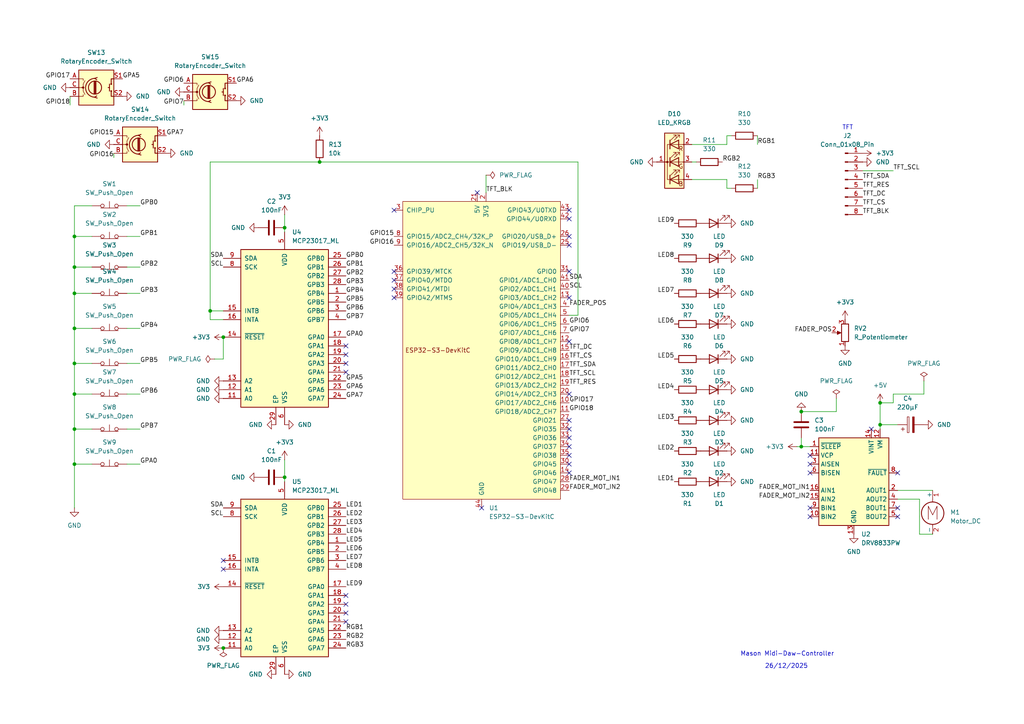
<source format=kicad_sch>
(kicad_sch (version 20250114) (generator "eeschema") (generator_version "9.0")
  (paper "A4")
  (lib_symbols
    (symbol "Connector:Conn_01x08_Pin" (pin_names (offset 1.016) (hide yes))
      (property "Reference" "J" (at 0 10.16 0))
      (property "Value" "Conn_01x08_Pin" (at 0 -12.7 0))
      (symbol "Conn_01x08_Pin_1_1"
        (pin passive line (at 5.08 7.62 180) (length 3.81) (name "Pin_1") (number "1"))
        (pin passive line (at 5.08 5.08 180) (length 3.81) (name "Pin_2") (number "2"))
        (pin passive line (at 5.08 2.54 180) (length 3.81) (name "Pin_3") (number "3"))
        (pin passive line (at 5.08 0 180) (length 3.81) (name "Pin_4") (number "4"))
        (pin passive line (at 5.08 -2.54 180) (length 3.81) (name "Pin_5") (number "5"))
        (pin passive line (at 5.08 -5.08 180) (length 3.81) (name "Pin_6") (number "6"))
        (pin passive line (at 5.08 -7.62 180) (length 3.81) (name "Pin_7") (number "7"))
        (pin passive line (at 5.08 -10.16 180) (length 3.81) (name "Pin_8") (number "8"))
      )
    )
    (symbol "Device:C" (pin_numbers (hide yes)) (pin_names (offset 0.254))
      (property "Reference" "C" (at 0.635 2.54 0))
      (property "Value" "C" (at 0.635 -2.54 0))
      (symbol "C_1_1"
        (pin passive line (at 0 3.81 270) (length 2.794) (name "~") (number "1"))
        (pin passive line (at 0 -3.81 90) (length 2.794) (name "~") (number "2"))
      )
    )
    (symbol "Device:C_Polarized" (pin_numbers (hide yes)) (pin_names (offset 0.254))
      (property "Reference" "C" (at 0.635 2.54 0))
      (property "Value" "C_Polarized" (at 0.635 -2.54 0))
      (symbol "C_Polarized_1_1"
        (pin passive line (at 0 3.81 270) (length 2.794) (name "~") (number "1"))
        (pin passive line (at 0 -3.81 90) (length 2.794) (name "~") (number "2"))
      )
    )
    (symbol "Device:LED" (pin_numbers (hide yes)) (pin_names (offset 1.016) (hide yes))
      (property "Reference" "D" (at 0 2.54 0))
      (property "Value" "LED" (at 0 -2.54 0))
      (symbol "LED_1_1"
        (pin passive line (at -3.81 0 0) (length 2.54) (name "K") (number "1"))
        (pin passive line (at 3.81 0 180) (length 2.54) (name "A") (number "2"))
      )
    )
    (symbol "Device:LED_KRGB" (pin_names (offset 0) (hide yes))
      (property "Reference" "D" (at 0 9.398 0))
      (property "Value" "LED_KRGB" (at 0 -8.89 0))
      (symbol "LED_KRGB_0_0"
        (text "R" (at 1.905 3.81 0) (effects (font (size 1.27 1.27))))
        (text "G" (at 1.905 -1.27 0) (effects (font (size 1.27 1.27))))
        (text "B" (at 1.905 -6.35 0) (effects (font (size 1.27 1.27))))
      )
      (symbol "LED_KRGB_1_1"
        (pin passive line (at -5.08 0 0) (length 2.54) (name "K") (number "1"))
        (pin passive line (at 5.08 5.08 180) (length 2.54) (name "RA") (number "2"))
        (pin passive line (at 5.08 0 180) (length 2.54) (name "GA") (number "3"))
        (pin passive line (at 5.08 -5.08 180) (length 2.54) (name "BA") (number "4"))
      )
    )
    (symbol "Device:R" (pin_numbers (hide yes)) (pin_names (offset 0))
      (property "Reference" "R" (at 2.032 0 90))
      (property "Value" "R" (at 0 0 90))
      (symbol "R_1_1"
        (pin passive line (at 0 3.81 270) (length 1.27) (name "~") (number "1"))
        (pin passive line (at 0 -3.81 90) (length 1.27) (name "~") (number "2"))
      )
    )
    (symbol "Device:R_Potentiometer" (pin_names (offset 1.016) (hide yes))
      (property "Reference" "RV" (at -4.445 0 90))
      (property "Value" "R_Potentiometer" (at -2.54 0 90))
      (symbol "R_Potentiometer_1_1"
        (pin passive line (at 0 3.81 270) (length 1.27) (name "1") (number "1"))
        (pin passive line (at 0 -3.81 90) (length 1.27) (name "3") (number "3"))
        (pin passive line (at 3.81 0 180) (length 1.27) (name "2") (number "2"))
      )
    )
    (symbol "Device:RotaryEncoder_Switch" (pin_names (offset 0.254) (hide yes))
      (property "Reference" "SW" (at 0 6.604 0))
      (property "Value" "RotaryEncoder_Switch" (at 0 -6.604 0))
      (symbol "RotaryEncoder_Switch_1_1"
        (pin passive line (at -7.62 2.54 0) (length 2.54) (name "A") (number "A"))
        (pin passive line (at -7.62 0 0) (length 2.54) (name "C") (number "C"))
        (pin passive line (at -7.62 -2.54 0) (length 2.54) (name "B") (number "B"))
        (pin passive line (at 7.62 2.54 180) (length 2.54) (name "S1") (number "S1"))
        (pin passive line (at 7.62 -2.54 180) (length 2.54) (name "S2") (number "S2"))
      )
    )
    (symbol "Driver_Motor:DRV8833PW"
      (property "Reference" "U" (at -3.81 16.51 0))
      (property "Value" "DRV8833PW" (at -3.81 13.97 0))
      (symbol "DRV8833PW_1_1"
        (pin input line (at -12.7 10.16 0) (length 2.54) (name "~{SLEEP}") (number "1"))
        (pin bidirectional line (at -12.7 7.62 0) (length 2.54) (name "VCP") (number "11"))
        (pin bidirectional line (at -12.7 5.08 0) (length 2.54) (name "AISEN") (number "3"))
        (pin bidirectional line (at -12.7 2.54 0) (length 2.54) (name "BISEN") (number "6"))
        (pin input line (at -12.7 -2.54 0) (length 2.54) (name "AIN1") (number "16"))
        (pin input line (at -12.7 -5.08 0) (length 2.54) (name "AIN2") (number "15"))
        (pin input line (at -12.7 -7.62 0) (length 2.54) (name "BIN1") (number "9"))
        (pin input line (at -12.7 -10.16 0) (length 2.54) (name "BIN2") (number "10"))
        (pin power_in line (at 0 -15.24 90) (length 2.54) (name "GND") (number "13"))
        (pin power_in line (at 5.08 15.24 270) (length 2.54) (name "VINT") (number "14"))
        (pin power_in line (at 7.62 15.24 270) (length 2.54) (name "VM") (number "12"))
        (pin open_collector line (at 12.7 2.54 180) (length 2.54) (name "~{FAULT}") (number "8"))
        (pin power_out line (at 12.7 -2.54 180) (length 2.54) (name "AOUT1") (number "2"))
        (pin power_out line (at 12.7 -5.08 180) (length 2.54) (name "AOUT2") (number "4"))
        (pin power_out line (at 12.7 -7.62 180) (length 2.54) (name "BOUT1") (number "7"))
        (pin power_out line (at 12.7 -10.16 180) (length 2.54) (name "BOUT2") (number "5"))
      )
    )
    (symbol "Espressif:ESP32-S3-DevKitC" (pin_names (offset 1.016))
      (property "Reference" "U" (at -22.86 48.26 0))
      (property "Value" "ESP32-S3-DevKitC" (at -22.86 45.72 0))
      (symbol "ESP32-S3-DevKitC_0_0"
        (text "ESP32-S3-DevKitC" (at -12.7 0 0) (effects (font (size 1.27 1.27))))
        (pin bidirectional line (at -25.4 15.24 0) (length 2.54) (name "GPIO42/MTMS") (number "39"))
        (pin power_in line (at 0 -45.72 90) (length 2.54) (name "GND") (number "44"))
        (pin bidirectional line (at 25.4 40.64 180) (length 2.54) (name "GPIO43/U0TXD") (number "43"))
        (pin bidirectional line (at 25.4 38.1 180) (length 2.54) (name "GPIO44/U0RXD") (number "42"))
        (pin bidirectional line (at 25.4 20.32 180) (length 2.54) (name "GPIO1/ADC1_CH0") (number "41"))
        (pin bidirectional line (at 25.4 17.78 180) (length 2.54) (name "GPIO2/ADC1_CH1") (number "40"))
        (pin bidirectional line (at 25.4 -10.16 180) (length 2.54) (name "GPIO13/ADC2_CH2") (number "19"))
        (pin bidirectional line (at 25.4 -35.56 180) (length 2.54) (name "GPIO46") (number "14"))
      )
      (symbol "ESP32-S3-DevKitC_0_1"
        (pin power_in line (at 1.27 45.72 270) (length 2.54) (name "3V3") (number "2"))
      )
      (symbol "ESP32-S3-DevKitC_1_1"
        (pin input line (at -25.4 40.64 0) (length 2.54) (name "CHIP_PU") (number "3"))
        (pin bidirectional line (at -25.4 33.02 0) (length 2.54) (name "GPIO15/ADC2_CH4/32K_P") (number "8"))
        (pin bidirectional line (at -25.4 30.48 0) (length 2.54) (name "GPIO16/ADC2_CH5/32K_N") (number "9"))
        (pin bidirectional line (at -25.4 22.86 0) (length 2.54) (name "GPIO39/MTCK") (number "36"))
        (pin bidirectional line (at -25.4 20.32 0) (length 2.54) (name "GPIO40/MTDO") (number "37"))
        (pin bidirectional line (at -25.4 17.78 0) (length 2.54) (name "GPIO41/MTDI") (number "38"))
        (pin power_in line (at -1.27 45.72 270) (length 2.54) (name "5V") (number "21"))
        (pin passive line (at 0 -45.72 90) (length 2.54) (hide yes) (name "GND") (number "22"))
        (pin passive line (at 0 -45.72 90) (length 2.54) (hide yes) (name "GND") (number "23"))
        (pin passive line (at 0 -45.72 90) (length 2.54) (hide yes) (name "GND") (number "24"))
        (pin passive line (at 1.27 45.72 270) (length 2.54) (hide yes) (name "3V3") (number "1"))
        (pin bidirectional line (at 25.4 33.02 180) (length 2.54) (name "GPIO20/USB_D+") (number "26"))
        (pin bidirectional line (at 25.4 30.48 180) (length 2.54) (name "GPIO19/USB_D-") (number "25"))
        (pin bidirectional line (at 25.4 22.86 180) (length 2.54) (name "GPIO0") (number "31"))
        (pin bidirectional line (at 25.4 15.24 180) (length 2.54) (name "GPIO3/ADC1_CH2") (number "13"))
        (pin bidirectional line (at 25.4 12.7 180) (length 2.54) (name "GPIO4/ADC1_CH3") (number "4"))
        (pin bidirectional line (at 25.4 10.16 180) (length 2.54) (name "GPIO5/ADC1_CH4") (number "5"))
        (pin bidirectional line (at 25.4 7.62 180) (length 2.54) (name "GPIO6/ADC1_CH5") (number "6"))
        (pin bidirectional line (at 25.4 5.08 180) (length 2.54) (name "GPIO7/ADC1_CH6") (number "7"))
        (pin bidirectional line (at 25.4 2.54 180) (length 2.54) (name "GPIO8/ADC1_CH7") (number "12"))
        (pin bidirectional line (at 25.4 0 180) (length 2.54) (name "GPIO9/ADC1_CH8") (number "15"))
        (pin bidirectional line (at 25.4 -2.54 180) (length 2.54) (name "GPIO10/ADC1_CH9") (number "16"))
        (pin bidirectional line (at 25.4 -5.08 180) (length 2.54) (name "GPIO11/ADC2_CH0") (number "17"))
        (pin bidirectional line (at 25.4 -7.62 180) (length 2.54) (name "GPIO12/ADC2_CH1") (number "18"))
        (pin bidirectional line (at 25.4 -12.7 180) (length 2.54) (name "GPIO14/ADC2_CH3") (number "20"))
        (pin bidirectional line (at 25.4 -15.24 180) (length 2.54) (name "GPIO17/ADC2_CH6") (number "10"))
        (pin bidirectional line (at 25.4 -17.78 180) (length 2.54) (name "GPIO18/ADC2_CH7") (number "11"))
        (pin bidirectional line (at 25.4 -20.32 180) (length 2.54) (name "GPIO21") (number "27"))
        (pin bidirectional line (at 25.4 -22.86 180) (length 2.54) (name "GPIO35") (number "32"))
        (pin bidirectional line (at 25.4 -25.4 180) (length 2.54) (name "GPIO36") (number "33"))
        (pin bidirectional line (at 25.4 -27.94 180) (length 2.54) (name "GPIO37") (number "34"))
        (pin bidirectional line (at 25.4 -30.48 180) (length 2.54) (name "GPIO38") (number "35"))
        (pin bidirectional line (at 25.4 -33.02 180) (length 2.54) (name "GPIO45") (number "30"))
        (pin bidirectional line (at 25.4 -38.1 180) (length 2.54) (name "GPIO47") (number "28"))
        (pin bidirectional line (at 25.4 -40.64 180) (length 2.54) (name "GPIO48") (number "29"))
      )
    )
    (symbol "Interface_Expansion:MCP23017_ML" (pin_names (offset 1.016))
      (property "Reference" "U" (at -11.43 24.13 0))
      (property "Value" "MCP23017_ML" (at 0 0 0))
      (symbol "MCP23017_ML_1_1"
        (pin bidirectional line (at -17.78 20.32 0) (length 5.08) (name "SDA") (number "9"))
        (pin input line (at -17.78 17.78 0) (length 5.08) (name "SCK") (number "8"))
        (pin tri_state line (at -17.78 5.08 0) (length 5.08) (name "INTB") (number "15"))
        (pin tri_state line (at -17.78 2.54 0) (length 5.08) (name "INTA") (number "16"))
        (pin input line (at -17.78 -2.54 0) (length 5.08) (name "~{RESET}") (number "14"))
        (pin input line (at -17.78 -15.24 0) (length 5.08) (name "A2") (number "13"))
        (pin input line (at -17.78 -17.78 0) (length 5.08) (name "A1") (number "12"))
        (pin input line (at -17.78 -20.32 0) (length 5.08) (name "A0") (number "11"))
        (pin no_connect line (at -12.7 15.24 0) (length 5.08) (hide yes) (name "NC") (number "7"))
        (pin no_connect line (at -12.7 12.7 0) (length 5.08) (hide yes) (name "NC") (number "10"))
        (pin passive line (at -2.54 -27.94 90) (length 5.08) (name "EP") (number "29"))
        (pin power_in line (at 0 27.94 270) (length 5.08) (name "VDD") (number "5"))
        (pin power_in line (at 0 -27.94 90) (length 5.08) (name "VSS") (number "6"))
        (pin bidirectional line (at 17.78 20.32 180) (length 5.08) (name "GPB0") (number "25"))
        (pin bidirectional line (at 17.78 17.78 180) (length 5.08) (name "GPB1") (number "26"))
        (pin bidirectional line (at 17.78 15.24 180) (length 5.08) (name "GPB2") (number "27"))
        (pin bidirectional line (at 17.78 12.7 180) (length 5.08) (name "GPB3") (number "28"))
        (pin bidirectional line (at 17.78 10.16 180) (length 5.08) (name "GPB4") (number "1"))
        (pin bidirectional line (at 17.78 7.62 180) (length 5.08) (name "GPB5") (number "2"))
        (pin bidirectional line (at 17.78 5.08 180) (length 5.08) (name "GPB6") (number "3"))
        (pin output line (at 17.78 2.54 180) (length 5.08) (name "GPB7") (number "4"))
        (pin bidirectional line (at 17.78 -2.54 180) (length 5.08) (name "GPA0") (number "17"))
        (pin bidirectional line (at 17.78 -5.08 180) (length 5.08) (name "GPA1") (number "18"))
        (pin bidirectional line (at 17.78 -7.62 180) (length 5.08) (name "GPA2") (number "19"))
        (pin bidirectional line (at 17.78 -10.16 180) (length 5.08) (name "GPA3") (number "20"))
        (pin bidirectional line (at 17.78 -12.7 180) (length 5.08) (name "GPA4") (number "21"))
        (pin bidirectional line (at 17.78 -15.24 180) (length 5.08) (name "GPA5") (number "22"))
        (pin bidirectional line (at 17.78 -17.78 180) (length 5.08) (name "GPA6") (number "23"))
        (pin output line (at 17.78 -20.32 180) (length 5.08) (name "GPA7") (number "24"))
      )
    )
    (symbol "Motor:Motor_DC" (pin_names (offset 0))
      (property "Reference" "M" (at 2.54 2.54 0))
      (property "Value" "Motor_DC" (at 2.54 -5.08 0))
      (symbol "Motor_DC_1_1"
        (pin passive line (at 0 5.08 270) (length 2.54) (name "+") (number "1"))
        (pin passive line (at 0 -7.62 90) (length 2.54) (name "-") (number "2"))
      )
    )
    (symbol "Switch:SW_Push_Open" (pin_numbers (hide yes)) (pin_names (offset 1.016) (hide yes))
      (property "Reference" "SW" (at 0 2.54 0))
      (property "Value" "SW_Push_Open" (at 0 -1.905 0))
      (symbol "SW_Push_Open_0_1"
        (pin passive line (at -5.08 0 0) (length 2.54) (name "A") (number "1"))
      )
      (symbol "SW_Push_Open_1_1"
        (pin passive line (at 5.08 0 180) (length 2.54) (name "B") (number "2"))
      )
    )
    (symbol "power:+3V3" (power) (pin_numbers (hide yes)) (pin_names (offset 0) (hide yes))
      (property "Value" "+3V3" (at 0 3.556 0))
      (symbol "+3V3_1_1"
        (pin power_in line (at 0 0 90) (length 0) (name "~") (number "1"))
      )
    )
    (symbol "power:+5V" (power) (pin_numbers (hide yes)) (pin_names (offset 0) (hide yes))
      (property "Value" "+5V" (at 0 3.556 0))
      (symbol "+5V_1_1"
        (pin power_in line (at 0 0 90) (length 0) (name "~") (number "1"))
      )
    )
    (symbol "power:GND" (power) (pin_numbers (hide yes)) (pin_names (offset 0) (hide yes))
      (property "Value" "GND" (at 0 -3.81 0))
      (symbol "GND_1_1"
        (pin power_in line (at 0 0 270) (length 0) (name "~") (number "1"))
      )
    )
    (symbol "power:PWR_FLAG" (power) (pin_numbers (hide yes)) (pin_names (offset 0) (hide yes))
      (property "Value" "PWR_FLAG" (at 0 3.81 0))
      (symbol "PWR_FLAG_0_0"
        (pin power_out line (at 0 0 90) (length 0) (name "~") (number "1"))
      )
    )
  )
  (text "TFT\n" (at 245.872 37.084 0) (effects (font (size 1.27 1.27))))
  (text "26/12/2025" (at 228.092 193.294 0) (effects (font (size 1.27 1.27))))
  (text "Mason Midi-Daw-Controller" (at 228.346 189.738 0) (effects (font (size 1.27 1.27))))
  (junction (at 255.27 123.19))
  (junction (at 21.59 68.58))
  (junction (at 21.59 134.62))
  (junction (at 92.71 46.99))
  (junction (at 255.27 116.84))
  (junction (at 232.41 119.38))
  (junction (at 21.59 85.09))
  (junction (at 21.59 124.46))
  (junction (at 60.96 90.17))
  (junction (at 232.41 129.54))
  (junction (at 82.55 138.43))
  (junction (at 64.77 97.79))
  (junction (at 21.59 105.41))
  (junction (at 64.77 187.96))
  (junction (at 21.59 114.3))
  (junction (at 21.59 77.47))
  (junction (at 82.55 66.04))
  (junction (at 21.59 95.25))
  (no_connect (at 114.3 60.96))
  (no_connect (at 165.1 71.12))
  (no_connect (at 100.33 177.8))
  (no_connect (at 165.1 60.96))
  (no_connect (at 100.33 105.41))
  (no_connect (at 114.3 83.82))
  (no_connect (at 165.1 121.92))
  (no_connect (at 165.1 63.5))
  (no_connect (at 100.33 172.72))
  (no_connect (at 64.77 162.56))
  (no_connect (at 100.33 175.26))
  (no_connect (at 234.95 149.86))
  (no_connect (at 100.33 180.34))
  (no_connect (at 165.1 134.62))
  (no_connect (at 64.77 165.1))
  (no_connect (at 260.35 149.86))
  (no_connect (at 165.1 114.3))
  (no_connect (at 100.33 102.87))
  (no_connect (at 114.3 86.36))
  (no_connect (at 114.3 78.74))
  (no_connect (at 114.3 81.28))
  (no_connect (at 138.43 55.88))
  (no_connect (at 165.1 132.08))
  (no_connect (at 260.35 137.16))
  (no_connect (at 234.95 147.32))
  (no_connect (at 100.33 100.33))
  (no_connect (at 234.95 134.62))
  (no_connect (at 165.1 68.58))
  (no_connect (at 100.33 107.95))
  (no_connect (at 234.95 132.08))
  (no_connect (at 165.1 137.16))
  (no_connect (at 165.1 78.74))
  (no_connect (at 165.1 124.46))
  (no_connect (at 139.7 147.32))
  (no_connect (at 252.73 124.46))
  (no_connect (at 234.95 137.16))
  (no_connect (at 165.1 99.06))
  (no_connect (at 165.1 127))
  (no_connect (at 165.1 86.36))
  (no_connect (at 165.1 129.54))
  (no_connect (at 260.35 147.32))
  (wire (pts (xy 260.35 142.24) (xy 270.51 142.24)))
  (wire (pts (xy 60.96 90.17) (xy 60.96 92.71)))
  (wire (pts (xy 210.82 54.61) (xy 212.09 54.61)))
  (wire (pts (xy 33.02 45.72) (xy 33.02 44.45)))
  (wire (pts (xy 242.57 115.57) (xy 242.57 119.38)))
  (wire (pts (xy 210.82 54.61) (xy 210.82 52.07)))
  (wire (pts (xy 21.59 95.25) (xy 26.67 95.25)))
  (wire (pts (xy 219.71 54.61) (xy 219.71 52.07)))
  (wire (pts (xy 260.35 123.19) (xy 255.27 123.19)))
  (wire (pts (xy 64.77 104.14) (xy 62.23 104.14)))
  (wire (pts (xy 232.41 127) (xy 232.41 129.54)))
  (wire (pts (xy 21.59 105.41) (xy 26.67 105.41)))
  (wire (pts (xy 53.34 30.48) (xy 53.34 29.21)))
  (wire (pts (xy 259.08 49.53) (xy 250.19 49.53)))
  (wire (pts (xy 40.64 124.46) (xy 36.83 124.46)))
  (wire (pts (xy 266.7 154.94) (xy 270.51 154.94)))
  (wire (pts (xy 267.97 114.3) (xy 259.08 114.3)))
  (wire (pts (xy 21.59 114.3) (xy 21.59 105.41)))
  (wire (pts (xy 219.71 39.37) (xy 219.71 41.91)))
  (wire (pts (xy 21.59 85.09) (xy 26.67 85.09)))
  (wire (pts (xy 21.59 85.09) (xy 21.59 77.47)))
  (wire (pts (xy 40.64 68.58) (xy 36.83 68.58)))
  (wire (pts (xy 255.27 116.84) (xy 255.27 123.19)))
  (wire (pts (xy 82.55 138.43) (xy 82.55 139.7)))
  (wire (pts (xy 21.59 68.58) (xy 26.67 68.58)))
  (wire (pts (xy 82.55 66.04) (xy 82.55 67.31)))
  (wire (pts (xy 40.64 105.41) (xy 36.83 105.41)))
  (wire (pts (xy 64.77 90.17) (xy 60.96 90.17)))
  (wire (pts (xy 267.97 114.3) (xy 267.97 110.49)))
  (wire (pts (xy 259.08 114.3) (xy 259.08 116.84)))
  (wire (pts (xy 210.82 52.07) (xy 200.66 52.07)))
  (wire (pts (xy 64.77 92.71) (xy 60.96 92.71)))
  (wire (pts (xy 40.64 59.69) (xy 36.83 59.69)))
  (wire (pts (xy 255.27 123.19) (xy 255.27 124.46)))
  (wire (pts (xy 210.82 39.37) (xy 210.82 41.91)))
  (wire (pts (xy 21.59 124.46) (xy 26.67 124.46)))
  (wire (pts (xy 20.32 30.48) (xy 20.32 27.94)))
  (wire (pts (xy 21.59 134.62) (xy 26.67 134.62)))
  (wire (pts (xy 266.7 144.78) (xy 266.7 154.94)))
  (wire (pts (xy 40.64 77.47) (xy 36.83 77.47)))
  (wire (pts (xy 21.59 114.3) (xy 26.67 114.3)))
  (wire (pts (xy 21.59 59.69) (xy 26.67 59.69)))
  (wire (pts (xy 40.64 134.62) (xy 36.83 134.62)))
  (wire (pts (xy 40.64 114.3) (xy 36.83 114.3)))
  (wire (pts (xy 21.59 77.47) (xy 21.59 68.58)))
  (wire (pts (xy 232.41 129.54) (xy 234.95 129.54)))
  (wire (pts (xy 210.82 39.37) (xy 212.09 39.37)))
  (wire (pts (xy 167.64 46.99) (xy 167.64 91.44)))
  (wire (pts (xy 21.59 134.62) (xy 21.59 124.46)))
  (wire (pts (xy 82.55 62.23) (xy 82.55 66.04)))
  (wire (pts (xy 60.96 46.99) (xy 92.71 46.99)))
  (wire (pts (xy 64.77 97.79) (xy 64.77 104.14)))
  (wire (pts (xy 210.82 41.91) (xy 200.66 41.91)))
  (wire (pts (xy 200.66 46.99) (xy 201.93 46.99)))
  (wire (pts (xy 40.64 95.25) (xy 36.83 95.25)))
  (wire (pts (xy 92.71 46.99) (xy 167.64 46.99)))
  (wire (pts (xy 60.96 90.17) (xy 60.96 46.99)))
  (wire (pts (xy 167.64 91.44) (xy 165.1 91.44)))
  (wire (pts (xy 259.08 116.84) (xy 255.27 116.84)))
  (wire (pts (xy 21.59 68.58) (xy 21.59 59.69)))
  (wire (pts (xy 21.59 147.32) (xy 21.59 134.62)))
  (wire (pts (xy 260.35 144.78) (xy 266.7 144.78)))
  (wire (pts (xy 82.55 133.35) (xy 82.55 138.43)))
  (wire (pts (xy 40.64 85.09) (xy 36.83 85.09)))
  (wire (pts (xy 232.41 119.38) (xy 242.57 119.38)))
  (wire (pts (xy 231.14 129.54) (xy 232.41 129.54)))
  (wire (pts (xy 21.59 77.47) (xy 26.67 77.47)))
  (wire (pts (xy 140.97 50.8) (xy 140.97 55.88)))
  (wire (pts (xy 21.59 105.41) (xy 21.59 95.25)))
  (wire (pts (xy 21.59 124.46) (xy 21.59 114.3)))
  (wire (pts (xy 21.59 95.25) (xy 21.59 85.09)))
  (label "GPB5" (at 100.33 87.63 0))
  (label "GPB2" (at 40.64 77.47 0))
  (label "TFT_BLK" (at 250.19 62.23 0))
  (label "LED9" (at 100.33 170.18 0))
  (label "FADER_MOT_IN1" (at 165.1 139.7 0))
  (label "SCL" (at 165.1 83.82 0))
  (label "RGB3" (at 100.33 187.96 0))
  (label "GPA0" (at 40.64 134.62 0))
  (label "GPB3" (at 100.33 82.55 0))
  (label "LED8" (at 195.58 74.93 180))
  (label "TFT_DC" (at 165.1 101.6 0))
  (label "GPA5" (at 100.33 110.49 0))
  (label "SDA" (at 64.77 147.32 180))
  (label "GPB1" (at 40.64 68.58 0))
  (label "GPA6" (at 100.33 113.03 0))
  (label "GPIO7" (at 165.1 96.52 0))
  (label "SDA" (at 165.1 81.28 0))
  (label "GPA6" (at 68.58 24.13 0))
  (label "LED8" (at 100.33 165.1 0))
  (label "TFT_DC" (at 250.19 57.15 0))
  (label "LED5" (at 195.58 104.14 180))
  (label "LED4" (at 195.58 113.03 180))
  (label "TFT_SCL" (at 165.1 109.22 0))
  (label "GPA0" (at 100.33 97.79 0))
  (label "GPIO17" (at 20.32 22.86 180))
  (label "GPIO6" (at 165.1 93.98 0))
  (label "GPIO15" (at 114.3 68.58 180))
  (label "LED6" (at 195.58 93.98 180))
  (label "LED5" (at 100.33 157.48 0))
  (label "LED7" (at 100.33 162.56 0))
  (label "TFT_RES" (at 250.19 54.61 0))
  (label "GPB4" (at 100.33 85.09 0))
  (label "GPB1" (at 100.33 77.47 0))
  (label "SCL" (at 64.77 77.47 180))
  (label "TFT_CS" (at 250.19 59.69 0))
  (label "FADER_POS" (at 165.1 88.9 0))
  (label "GPIO7" (at 53.34 30.48 180))
  (label "GPIO15" (at 33.02 39.37 180))
  (label "LED7" (at 195.58 85.09 180))
  (label "GPB5" (at 40.64 105.41 0))
  (label "FADER_MOT_IN2" (at 234.95 144.78 180))
  (label "GPIO6" (at 53.34 24.13 180))
  (label "GPA5" (at 35.56 22.86 0))
  (label "TFT_SCL" (at 259.08 49.53 0))
  (label "GPIO17" (at 165.1 116.84 0))
  (label "RGB3" (at 219.71 52.07 0))
  (label "RGB1" (at 219.71 41.91 0))
  (label "SCL" (at 64.77 149.86 180))
  (label "TFT_CS" (at 165.1 104.14 0))
  (label "GPIO16" (at 114.3 71.12 180))
  (label "TFT_RES" (at 165.1 111.76 0))
  (label "LED3" (at 195.58 121.92 180))
  (label "FADER_POS" (at 241.3 96.52 180))
  (label "GPB3" (at 40.64 85.09 0))
  (label "LED2" (at 195.58 130.81 180))
  (label "GPB7" (at 100.33 92.71 0))
  (label "GPA7" (at 100.33 115.57 0))
  (label "SDA" (at 64.77 74.93 180))
  (label "LED3" (at 100.33 152.4 0))
  (label "GPB7" (at 40.64 124.46 0))
  (label "GPB0" (at 40.64 59.69 0))
  (label "GPB6" (at 100.33 90.17 0))
  (label "LED1" (at 100.33 147.32 0))
  (label "LED1" (at 195.58 139.7 180))
  (label "GPB0" (at 100.33 74.93 0))
  (label "TFT_SDA" (at 250.19 52.07 0))
  (label "GPB2" (at 100.33 80.01 0))
  (label "TFT_BLK" (at 140.97 55.88 0))
  (label "FADER_MOT_IN1" (at 234.95 142.24 180))
  (label "GPB4" (at 40.64 95.25 0))
  (label "RGB2" (at 100.33 185.42 0))
  (label "GPIO18" (at 165.1 119.38 0))
  (label "GPIO16" (at 33.02 45.72 180))
  (label "TFT_SDA" (at 165.1 106.68 0))
  (label "LED6" (at 100.33 160.02 0))
  (label "LED9" (at 195.58 64.77 180))
  (label "FADER_MOT_IN2" (at 165.1 142.24 0))
  (label "LED2" (at 100.33 149.86 0))
  (label "GPA7" (at 48.26 39.37 0))
  (label "RGB2" (at 209.55 46.99 0))
  (label "RGB1" (at 100.33 182.88 0))
  (label "GPB6" (at 40.64 114.3 0))
  (label "GPIO18" (at 20.32 30.48 180))
  (label "LED4" (at 100.33 154.94 0))
  (symbol (lib_id "Device:C") (at 78.74 138.43 90) (unit 1)
    (property "Reference" "C1" (at 78.74 130.81 90))
    (property "Value" "100nF" (at 78.74 133.35 90))
    (property "Footprint" "Capacitor_THT:C_Disc_D5.0mm_W2.5mm_P5.00mm" (effects (hide yes)))
    (property "Description" "Unpolarized capacitor" (effects (hide yes)))
  )
  (symbol (lib_id "Device:C_Polarized") (at 264.16 123.19 90) (unit 1)
    (property "Reference" "C4" (at 263.271 115.57 90))
    (property "Value" "220µF" (at 263.271 118.11 90))
    (property "Footprint" "Capacitor_THT:CP_Radial_D8.0mm_P3.50mm" (effects (hide yes)))
    (property "Description" "Polarized capacitor" (effects (hide yes)))
  )
  (symbol (lib_id "power:GND") (at 82.55 195.58 90) (unit 1)
    (property "Reference" "#PWR019" (effects (hide yes)))
    (property "Value" "GND" (at 86.36 195.5799 90) (effects (justify right)))
    (property "Description" "Power symbol creates a global label with name \"GND\" , ground" (effects (hide yes)))
  )
  (symbol (lib_id "power:GND") (at 35.56 27.94 90) (unit 1)
    (property "Reference" "#PWR011" (effects (hide yes)))
    (property "Value" "GND" (at 39.37 27.9399 90) (effects (justify right)))
    (property "Description" "Power symbol creates a global label with name \"GND\" , ground" (effects (hide yes)))
  )
  (symbol (lib_id "Espressif:ESP32-S3-DevKitC") (at 139.7 101.6 0) (unit 1)
    (property "Reference" "U1" (at 141.8433 147.32 0) (effects (justify left)))
    (property "Value" "ESP32-S3-DevKitC" (at 141.8433 149.86 0) (effects (justify left)))
    (property "Footprint" "Connector_PinHeader_2.54mm:PinHeader_2x22_P2.54mm_Vertical" (effects (hide yes)))
    (property "Description" "ESP32-S3-DevKitC" (effects (hide yes)))
  )
  (symbol (lib_id "Device:RotaryEncoder_Switch") (at 60.96 26.67 0) (unit 1)
    (property "Reference" "SW15" (at 60.96 16.51 0))
    (property "Value" "RotaryEncoder_Switch" (at 60.96 19.05 0))
    (property "Footprint" "Rotary_Encoder:RotaryEncoder_Alps_EC11E-Switch_Vertical_H20mm" (effects (hide yes)))
    (property "Description" "Rotary encoder, dual channel, incremental quadrate outputs, with switch" (effects (hide yes)))
  )
  (symbol (lib_id "power:GND") (at 210.82 74.93 90) (unit 1)
    (property "Reference" "#PWR021" (effects (hide yes)))
    (property "Value" "GND" (at 214.63 74.9299 90) (effects (justify right)))
    (property "Description" "Power symbol creates a global label with name \"GND\" , ground" (effects (hide yes)))
  )
  (symbol (lib_id "Device:R") (at 215.9 39.37 90) (unit 1)
    (property "Reference" "R10" (at 215.9 33.02 90))
    (property "Value" "330" (at 215.9 35.56 90))
    (property "Footprint" "Resistor_THT:R_Axial_DIN0207_L6.3mm_D2.5mm_P7.62mm_Horizontal" (effects (hide yes)))
    (property "Description" "Resistor" (effects (hide yes)))
  )
  (symbol (lib_id "power:GND") (at 33.02 41.91 270) (unit 1)
    (property "Reference" "#PWR012" (effects (hide yes)))
    (property "Value" "GND" (at 29.21 41.9099 90) (effects (justify right)))
    (property "Description" "Power symbol creates a global label with name \"GND\" , ground" (effects (hide yes)))
  )
  (symbol (lib_id "Device:RotaryEncoder_Switch") (at 40.64 41.91 0) (unit 1)
    (property "Reference" "SW14" (at 40.64 31.75 0))
    (property "Value" "RotaryEncoder_Switch" (at 40.64 34.29 0))
    (property "Footprint" "Rotary_Encoder:RotaryEncoder_Alps_EC11E-Switch_Vertical_H20mm" (effects (hide yes)))
    (property "Description" "Rotary encoder, dual channel, incremental quadrate outputs, with switch" (effects (hide yes)))
  )
  (symbol (lib_id "Device:R") (at 215.9 54.61 90) (unit 1)
    (property "Reference" "R12" (at 215.9 48.26 90))
    (property "Value" "330" (at 215.9 50.8 90))
    (property "Footprint" "Resistor_THT:R_Axial_DIN0207_L6.3mm_D2.5mm_P7.62mm_Horizontal" (effects (hide yes)))
    (property "Description" "Resistor" (effects (hide yes)))
  )
  (symbol (lib_id "power:GND") (at 74.93 138.43 270) (unit 1)
    (property "Reference" "#PWR038" (effects (hide yes)))
    (property "Value" "GND" (at 71.12 138.4299 90) (effects (justify right)))
    (property "Description" "Power symbol creates a global label with name \"GND\" , ground" (effects (hide yes)))
  )
  (symbol (lib_id "Device:R") (at 199.39 139.7 270) (unit 1)
    (property "Reference" "R1" (at 199.39 146.05 90))
    (property "Value" "330" (at 199.39 143.51 90))
    (property "Footprint" "Resistor_THT:R_Axial_DIN0207_L6.3mm_D2.5mm_P7.62mm_Horizontal" (effects (hide yes)))
    (property "Description" "Resistor" (effects (hide yes)))
  )
  (symbol (lib_id "Switch:SW_Push_Open") (at 31.75 124.46 0) (unit 1)
    (property "Reference" "SW8" (at 31.75 118.11 0))
    (property "Value" "SW_Push_Open" (at 31.75 120.65 0))
    (property "Footprint" "Button_Switch_THT:SW_PUSH_6mm" (effects (hide yes)))
    (property "Description" "Push button switch, push-to-open, generic, two pins" (effects (hide yes)))
  )
  (symbol (lib_id "Switch:SW_Push_Open") (at 31.75 68.58 0) (unit 1)
    (property "Reference" "SW2" (at 31.75 62.23 0))
    (property "Value" "SW_Push_Open" (at 31.75 64.77 0))
    (property "Footprint" "Button_Switch_THT:SW_PUSH_6mm" (effects (hide yes)))
    (property "Description" "Push button switch, push-to-open, generic, two pins" (effects (hide yes)))
  )
  (symbol (lib_id "power:GND") (at 64.77 113.03 270) (unit 1)
    (property "Reference" "#PWR05" (effects (hide yes)))
    (property "Value" "GND" (at 60.96 113.0299 90) (effects (justify right)))
    (property "Description" "Power symbol creates a global label with name \"GND\" , ground" (effects (hide yes)))
  )
  (symbol (lib_id "power:GND") (at 74.93 66.04 270) (unit 1)
    (property "Reference" "#PWR039" (effects (hide yes)))
    (property "Value" "GND" (at 71.12 66.0399 90) (effects (justify right)))
    (property "Description" "Power symbol creates a global label with name \"GND\" , ground" (effects (hide yes)))
  )
  (symbol (lib_id "power:GND") (at 250.19 46.99 90) (unit 1)
    (property "Reference" "#PWR033" (effects (hide yes)))
    (property "Value" "GND" (at 254 46.9899 90) (effects (justify right)))
    (property "Description" "Power symbol creates a global label with name \"GND\" , ground" (effects (hide yes)))
  )
  (symbol (lib_id "Device:R") (at 199.39 85.09 270) (unit 1)
    (property "Reference" "R7" (at 199.39 91.44 90))
    (property "Value" "330" (at 199.39 88.9 90))
    (property "Footprint" "Resistor_THT:R_Axial_DIN0207_L6.3mm_D2.5mm_P7.62mm_Horizontal" (effects (hide yes)))
    (property "Description" "Resistor" (effects (hide yes)))
  )
  (symbol (lib_id "Device:R") (at 199.39 121.92 270) (unit 1)
    (property "Reference" "R3" (at 199.39 128.27 90))
    (property "Value" "330" (at 199.39 125.73 90))
    (property "Footprint" "Resistor_THT:R_Axial_DIN0207_L6.3mm_D2.5mm_P7.62mm_Horizontal" (effects (hide yes)))
    (property "Description" "Resistor" (effects (hide yes)))
  )
  (symbol (lib_id "Switch:SW_Push_Open") (at 31.75 85.09 0) (unit 1)
    (property "Reference" "SW4" (at 31.75 78.74 0))
    (property "Value" "SW_Push_Open" (at 31.75 81.28 0))
    (property "Footprint" "Button_Switch_THT:SW_PUSH_6mm" (effects (hide yes)))
    (property "Description" "Push button switch, push-to-open, generic, two pins" (effects (hide yes)))
  )
  (symbol (lib_id "Device:LED") (at 207.01 139.7 180) (unit 1)
    (property "Reference" "D1" (at 208.5975 146.05 0))
    (property "Value" "LED" (at 208.5975 143.51 0))
    (property "Footprint" "LED_THT:LED_D5.0mm" (effects (hide yes)))
    (property "Description" "Light emitting diode" (effects (hide yes)))
    (property "Sim.Pins" "1=K 2=A" (effects (hide yes)))
  )
  (symbol (lib_id "power:GND") (at 210.82 113.03 90) (unit 1)
    (property "Reference" "#PWR028" (effects (hide yes)))
    (property "Value" "GND" (at 214.63 113.0299 90) (effects (justify right)))
    (property "Description" "Power symbol creates a global label with name \"GND\" , ground" (effects (hide yes)))
  )
  (symbol (lib_id "power:GND") (at 80.01 123.19 270) (unit 1)
    (property "Reference" "#PWR07" (effects (hide yes)))
    (property "Value" "GND" (at 76.2 123.1899 90) (effects (justify right)))
    (property "Description" "Power symbol creates a global label with name \"GND\" , ground" (effects (hide yes)))
  )
  (symbol (lib_id "Interface_Expansion:MCP23017_ML") (at 82.55 167.64 0) (unit 1)
    (property "Reference" "U5" (at 84.6933 139.7 0) (effects (justify left)))
    (property "Value" "MCP23017_ML" (at 84.6933 142.24 0) (effects (justify left)))
    (property "Footprint" "Package_DFN_QFN:QFN-28-1EP_6x6mm_P0.65mm_EP4.25x4.25mm" (effects (hide yes)))
    (property "Datasheet" "https://ww1.microchip.com/downloads/aemDocuments/documents/APID/ProductDocuments/DataSheets/MCP23017-Data-Sheet-DS20001952.pdf" (effects (hide yes)))
    (property "Description" "16-bit I/O expander, I2C, interrupts, w pull-ups, GPA/B7 output only (https://microchip.my.site.com/s/article/GPA7---GPB7-Cannot-Be-Used-as-Inputs-In-MCP23017), QFN-28" (effects (hide yes)))
  )
  (symbol (lib_id "Device:LED") (at 207.01 93.98 180) (unit 1)
    (property "Reference" "D6" (at 208.5975 100.33 0))
    (property "Value" "LED" (at 208.5975 97.79 0))
    (property "Footprint" "LED_THT:LED_D5.0mm" (effects (hide yes)))
    (property "Description" "Light emitting diode" (effects (hide yes)))
    (property "Sim.Pins" "1=K 2=A" (effects (hide yes)))
  )
  (symbol (lib_id "power:+3V3") (at 64.77 170.18 90) (unit 1)
    (property "Reference" "#PWR018" (effects (hide yes)))
    (property "Value" "3V3" (at 60.96 170.1799 90) (effects (justify left)))
    (property "Description" "Power symbol creates a global label with name \"+3V3\"" (effects (hide yes)))
  )
  (symbol (lib_id "power:GND") (at 48.26 44.45 90) (unit 1)
    (property "Reference" "#PWR014" (effects (hide yes)))
    (property "Value" "GND" (at 52.07 44.4499 90) (effects (justify right)))
    (property "Description" "Power symbol creates a global label with name \"GND\" , ground" (effects (hide yes)))
  )
  (symbol (lib_id "power:GND") (at 232.41 119.38 180) (unit 1)
    (property "Reference" "#PWR037" (effects (hide yes)))
    (property "Value" "GND" (at 232.41 114.3 0))
    (property "Description" "Power symbol creates a global label with name \"GND\" , ground" (effects (hide yes)))
  )
  (symbol (lib_id "Interface_Expansion:MCP23017_ML") (at 82.55 95.25 0) (unit 1)
    (property "Reference" "U4" (at 84.6933 67.31 0) (effects (justify left)))
    (property "Value" "MCP23017_ML" (at 84.6933 69.85 0) (effects (justify left)))
    (property "Footprint" "Package_DFN_QFN:QFN-28-1EP_6x6mm_P0.65mm_EP4.25x4.25mm" (effects (hide yes)))
    (property "Datasheet" "https://ww1.microchip.com/downloads/aemDocuments/documents/APID/ProductDocuments/DataSheets/MCP23017-Data-Sheet-DS20001952.pdf" (effects (hide yes)))
    (property "Description" "16-bit I/O expander, I2C, interrupts, w pull-ups, GPA/B7 output only (https://microchip.my.site.com/s/article/GPA7---GPB7-Cannot-Be-Used-as-Inputs-In-MCP23017), QFN-28" (effects (hide yes)))
  )
  (symbol (lib_id "Device:R") (at 199.39 113.03 270) (unit 1)
    (property "Reference" "R4" (at 199.39 119.38 90))
    (property "Value" "330" (at 199.39 116.84 90))
    (property "Footprint" "Resistor_THT:R_Axial_DIN0207_L6.3mm_D2.5mm_P7.62mm_Horizontal" (effects (hide yes)))
    (property "Description" "Resistor" (effects (hide yes)))
  )
  (symbol (lib_id "Switch:SW_Push_Open") (at 31.75 59.69 0) (unit 1)
    (property "Reference" "SW1" (at 31.75 53.34 0))
    (property "Value" "SW_Push_Open" (at 31.75 55.88 0))
    (property "Footprint" "Button_Switch_THT:SW_PUSH_6mm" (effects (hide yes)))
    (property "Description" "Push button switch, push-to-open, generic, two pins" (effects (hide yes)))
  )
  (symbol (lib_id "power:GND") (at 210.82 64.77 90) (unit 1)
    (property "Reference" "#PWR022" (effects (hide yes)))
    (property "Value" "GND" (at 214.63 64.7699 90) (effects (justify right)))
    (property "Description" "Power symbol creates a global label with name \"GND\" , ground" (effects (hide yes)))
  )
  (symbol (lib_id "Device:LED") (at 207.01 64.77 180) (unit 1)
    (property "Reference" "D9" (at 208.5975 71.12 0))
    (property "Value" "LED" (at 208.5975 68.58 0))
    (property "Footprint" "LED_THT:LED_D5.0mm" (effects (hide yes)))
    (property "Description" "Light emitting diode" (effects (hide yes)))
    (property "Sim.Pins" "1=K 2=A" (effects (hide yes)))
  )
  (symbol (lib_id "Device:C") (at 232.41 123.19 180) (unit 1)
    (property "Reference" "C3" (at 236.22 121.9199 0) (effects (justify right)))
    (property "Value" "100nF" (at 236.22 124.4599 0) (effects (justify right)))
    (property "Footprint" "Capacitor_THT:C_Disc_D5.0mm_W2.5mm_P5.00mm" (effects (hide yes)))
    (property "Description" "Unpolarized capacitor" (effects (hide yes)))
  )
  (symbol (lib_id "Device:LED") (at 207.01 74.93 180) (unit 1)
    (property "Reference" "D8" (at 208.5975 81.28 0))
    (property "Value" "LED" (at 208.5975 78.74 0))
    (property "Footprint" "LED_THT:LED_D5.0mm" (effects (hide yes)))
    (property "Description" "Light emitting diode" (effects (hide yes)))
    (property "Sim.Pins" "1=K 2=A" (effects (hide yes)))
  )
  (symbol (lib_id "power:GND") (at 190.5 46.99 270) (unit 1)
    (property "Reference" "#PWR032" (effects (hide yes)))
    (property "Value" "GND" (at 186.69 46.9899 90) (effects (justify right)))
    (property "Description" "Power symbol creates a global label with name \"GND\" , ground" (effects (hide yes)))
  )
  (symbol (lib_id "power:+3V3") (at 64.77 97.79 90) (unit 1)
    (property "Reference" "#PWR03" (effects (hide yes)))
    (property "Value" "+3V3" (at 60.96 97.7899 90) (effects (justify left)))
    (property "Description" "Power symbol creates a global label with name \"+3V3\"" (effects (hide yes)))
  )
  (symbol (lib_id "Device:LED") (at 207.01 85.09 180) (unit 1)
    (property "Reference" "D7" (at 208.5975 91.44 0))
    (property "Value" "LED" (at 208.5975 88.9 0))
    (property "Footprint" "LED_THT:LED_D5.0mm" (effects (hide yes)))
    (property "Description" "Light emitting diode" (effects (hide yes)))
    (property "Sim.Pins" "1=K 2=A" (effects (hide yes)))
  )
  (symbol (lib_id "power:+3V3") (at 82.55 133.35 0) (unit 1)
    (property "Reference" "#PWR025" (effects (hide yes)))
    (property "Value" "+3V3" (at 82.55 128.27 0))
    (property "Description" "Power symbol creates a global label with name \"+3V3\"" (effects (hide yes)))
  )
  (symbol (lib_id "power:+5V") (at 255.27 116.84 0) (unit 1)
    (property "Reference" "#PWR040" (effects (hide yes)))
    (property "Value" "+5V" (at 255.27 111.76 0))
    (property "Description" "Power symbol creates a global label with name \"+5V\"" (effects (hide yes)))
  )
  (symbol (lib_id "Device:R") (at 92.71 43.18 0) (unit 1)
    (property "Reference" "R13" (at 95.25 41.9099 0) (effects (justify left)))
    (property "Value" "10k" (at 95.25 44.4499 0) (effects (justify left)))
    (property "Footprint" "Resistor_THT:R_Axial_DIN0207_L6.3mm_D2.5mm_P7.62mm_Horizontal" (effects (hide yes)))
    (property "Description" "Resistor" (effects (hide yes)))
  )
  (symbol (lib_id "Device:R") (at 205.74 46.99 90) (unit 1)
    (property "Reference" "R11" (at 205.74 40.64 90))
    (property "Value" "330" (at 205.74 43.18 90))
    (property "Footprint" "Resistor_THT:R_Axial_DIN0207_L6.3mm_D2.5mm_P7.62mm_Horizontal" (effects (hide yes)))
    (property "Description" "Resistor" (effects (hide yes)))
  )
  (symbol (lib_id "power:GND") (at 82.55 123.19 90) (unit 1)
    (property "Reference" "#PWR02" (effects (hide yes)))
    (property "Value" "GND" (at 86.36 123.1899 90) (effects (justify right)))
    (property "Description" "Power symbol creates a global label with name \"GND\" , ground" (effects (hide yes)))
  )
  (symbol (lib_id "power:GND") (at 210.82 85.09 90) (unit 1)
    (property "Reference" "#PWR023" (effects (hide yes)))
    (property "Value" "GND" (at 214.63 85.0899 90) (effects (justify right)))
    (property "Description" "Power symbol creates a global label with name \"GND\" , ground" (effects (hide yes)))
  )
  (symbol (lib_id "power:GND") (at 210.82 130.81 90) (unit 1)
    (property "Reference" "#PWR030" (effects (hide yes)))
    (property "Value" "GND" (at 214.63 130.8099 90) (effects (justify right)))
    (property "Description" "Power symbol creates a global label with name \"GND\" , ground" (effects (hide yes)))
  )
  (symbol (lib_id "power:PWR_FLAG") (at 64.77 187.96 180) (unit 1)
    (property "Reference" "#FLG05" (effects (hide yes)))
    (property "Value" "PWR_FLAG" (at 64.77 193.04 0))
    (property "Description" "Special symbol for telling ERC where power comes from" (effects (hide yes)))
  )
  (symbol (lib_id "Device:R") (at 199.39 93.98 270) (unit 1)
    (property "Reference" "R6" (at 199.39 100.33 90))
    (property "Value" "330" (at 199.39 97.79 90))
    (property "Footprint" "Resistor_THT:R_Axial_DIN0207_L6.3mm_D2.5mm_P7.62mm_Horizontal" (effects (hide yes)))
    (property "Description" "Resistor" (effects (hide yes)))
  )
  (symbol (lib_id "power:PWR_FLAG") (at 62.23 104.14 90) (unit 1)
    (property "Reference" "#FLG03" (effects (hide yes)))
    (property "Value" "PWR_FLAG" (at 58.42 104.1399 90) (effects (justify left)))
    (property "Description" "Special symbol for telling ERC where power comes from" (effects (hide yes)))
  )
  (symbol (lib_id "power:PWR_FLAG") (at 242.57 115.57 0) (unit 1)
    (property "Reference" "#FLG02" (effects (hide yes)))
    (property "Value" "PWR_FLAG" (at 242.57 110.49 0))
    (property "Description" "Special symbol for telling ERC where power comes from" (effects (hide yes)))
  )
  (symbol (lib_id "Device:R") (at 199.39 104.14 270) (unit 1)
    (property "Reference" "R5" (at 199.39 110.49 90))
    (property "Value" "330" (at 199.39 107.95 90))
    (property "Footprint" "Resistor_THT:R_Axial_DIN0207_L6.3mm_D2.5mm_P7.62mm_Horizontal" (effects (hide yes)))
    (property "Description" "Resistor" (effects (hide yes)))
  )
  (symbol (lib_id "Device:R_Potentiometer") (at 245.11 96.52 180) (unit 1)
    (property "Reference" "RV2" (at 247.65 95.2499 0) (effects (justify right)))
    (property "Value" "R_Potentiometer" (at 247.65 97.7899 0) (effects (justify right)))
    (property "Footprint" "Potentiometer_THT:Potentiometer_Bourns_PTA6043_Single_Slide" (effects (hide yes)))
    (property "Description" "Potentiometer" (effects (hide yes)))
  )
  (symbol (lib_id "power:+3V3") (at 64.77 187.96 90) (unit 1)
    (property "Reference" "#PWR015" (effects (hide yes)))
    (property "Value" "3V3" (at 60.96 187.9599 90) (effects (justify left)))
    (property "Description" "Power symbol creates a global label with name \"+3V3\"" (effects (hide yes)))
  )
  (symbol (lib_id "power:GND") (at 64.77 115.57 270) (unit 1)
    (property "Reference" "#PWR06" (effects (hide yes)))
    (property "Value" "GND" (at 60.96 115.5699 90) (effects (justify right)))
    (property "Description" "Power symbol creates a global label with name \"GND\" , ground" (effects (hide yes)))
  )
  (symbol (lib_id "power:+3V3") (at 231.14 129.54 90) (unit 1)
    (property "Reference" "#PWR034" (effects (hide yes)))
    (property "Value" "+3V3" (at 227.33 129.5399 90) (effects (justify left)))
    (property "Description" "Power symbol creates a global label with name \"+3V3\"" (effects (hide yes)))
  )
  (symbol (lib_id "Connector:Conn_01x08_Pin") (at 245.11 52.07 0) (unit 1)
    (property "Reference" "J2" (at 245.745 39.37 0))
    (property "Value" "Conn_01x08_Pin" (at 245.745 41.91 0))
    (property "Footprint" "Connector_PinHeader_2.54mm:PinHeader_1x08_P2.54mm_Vertical" (effects (hide yes)))
    (property "Description" "Generic connector, single row, 01x08, script generated" (effects (hide yes)))
  )
  (symbol (lib_id "power:+3V3") (at 245.11 92.71 0) (unit 1)
    (property "Reference" "#PWR045" (effects (hide yes)))
    (property "Value" "+3V3" (at 245.11 87.63 0))
    (property "Description" "Power symbol creates a global label with name \"+3V3\"" (effects (hide yes)))
  )
  (symbol (lib_id "power:GND") (at 64.77 110.49 270) (unit 1)
    (property "Reference" "#PWR04" (effects (hide yes)))
    (property "Value" "GND" (at 60.96 110.4899 90) (effects (justify right)))
    (property "Description" "Power symbol creates a global label with name \"GND\" , ground" (effects (hide yes)))
  )
  (symbol (lib_id "Device:LED") (at 207.01 121.92 180) (unit 1)
    (property "Reference" "D3" (at 208.5975 128.27 0))
    (property "Value" "LED" (at 208.5975 125.73 0))
    (property "Footprint" "LED_THT:LED_D5.0mm" (effects (hide yes)))
    (property "Description" "Light emitting diode" (effects (hide yes)))
    (property "Sim.Pins" "1=K 2=A" (effects (hide yes)))
  )
  (symbol (lib_id "power:GND") (at 245.11 100.33 0) (unit 1)
    (property "Reference" "#PWR046" (effects (hide yes)))
    (property "Value" "GND" (at 245.11 105.41 0))
    (property "Description" "Power symbol creates a global label with name \"GND\" , ground" (effects (hide yes)))
  )
  (symbol (lib_id "power:+3V3") (at 250.19 44.45 270) (unit 1)
    (property "Reference" "#PWR035" (effects (hide yes)))
    (property "Value" "+3V3" (at 254 44.4499 90) (effects (justify left)))
    (property "Description" "Power symbol creates a global label with name \"+3V3\"" (effects (hide yes)))
  )
  (symbol (lib_id "Device:C") (at 78.74 66.04 90) (unit 1)
    (property "Reference" "C2" (at 78.74 58.42 90))
    (property "Value" "100nF" (at 78.74 60.96 90))
    (property "Footprint" "Capacitor_THT:C_Disc_D5.0mm_W2.5mm_P5.00mm" (effects (hide yes)))
    (property "Description" "Unpolarized capacitor" (effects (hide yes)))
  )
  (symbol (lib_id "power:+3V3") (at 82.55 62.23 0) (unit 1)
    (property "Reference" "#PWR024" (effects (hide yes)))
    (property "Value" "3V3" (at 82.55 57.15 0))
    (property "Description" "Power symbol creates a global label with name \"+3V3\"" (effects (hide yes)))
  )
  (symbol (lib_id "Switch:SW_Push_Open") (at 31.75 114.3 0) (unit 1)
    (property "Reference" "SW7" (at 31.75 107.95 0))
    (property "Value" "SW_Push_Open" (at 31.75 110.49 0))
    (property "Footprint" "Button_Switch_THT:SW_PUSH_6mm" (effects (hide yes)))
    (property "Description" "Push button switch, push-to-open, generic, two pins" (effects (hide yes)))
  )
  (symbol (lib_id "Device:R") (at 199.39 130.81 270) (unit 1)
    (property "Reference" "R2" (at 199.39 137.16 90))
    (property "Value" "330" (at 199.39 134.62 90))
    (property "Footprint" "Resistor_THT:R_Axial_DIN0207_L6.3mm_D2.5mm_P7.62mm_Horizontal" (effects (hide yes)))
    (property "Description" "Resistor" (effects (hide yes)))
  )
  (symbol (lib_id "Switch:SW_Push_Open") (at 31.75 77.47 0) (unit 1)
    (property "Reference" "SW3" (at 31.75 71.12 0))
    (property "Value" "SW_Push_Open" (at 31.75 73.66 0))
    (property "Footprint" "Button_Switch_THT:SW_PUSH_6mm" (effects (hide yes)))
    (property "Description" "Push button switch, push-to-open, generic, two pins" (effects (hide yes)))
  )
  (symbol (lib_id "power:GND") (at 210.82 104.14 90) (unit 1)
    (property "Reference" "#PWR027" (effects (hide yes)))
    (property "Value" "GND" (at 214.63 104.1399 90) (effects (justify right)))
    (property "Description" "Power symbol creates a global label with name \"GND\" , ground" (effects (hide yes)))
  )
  (symbol (lib_id "power:GND") (at 68.58 29.21 90) (unit 1)
    (property "Reference" "#PWR013" (effects (hide yes)))
    (property "Value" "GND" (at 72.39 29.2099 90) (effects (justify right)))
    (property "Description" "Power symbol creates a global label with name \"GND\" , ground" (effects (hide yes)))
  )
  (symbol (lib_id "Device:LED") (at 207.01 104.14 180) (unit 1)
    (property "Reference" "D5" (at 208.5975 110.49 0))
    (property "Value" "LED" (at 208.5975 107.95 0))
    (property "Footprint" "LED_THT:LED_D5.0mm" (effects (hide yes)))
    (property "Description" "Light emitting diode" (effects (hide yes)))
    (property "Sim.Pins" "1=K 2=A" (effects (hide yes)))
  )
  (symbol (lib_id "power:GND") (at 64.77 185.42 270) (unit 1)
    (property "Reference" "#PWR016" (effects (hide yes)))
    (property "Value" "GND" (at 60.96 185.4199 90) (effects (justify right)))
    (property "Description" "Power symbol creates a global label with name \"GND\" , ground" (effects (hide yes)))
  )
  (symbol (lib_id "Switch:SW_Push_Open") (at 31.75 134.62 0) (unit 1)
    (property "Reference" "SW9" (at 31.75 128.27 0))
    (property "Value" "SW_Push_Open" (at 31.75 130.81 0))
    (property "Footprint" "Button_Switch_THT:SW_PUSH_6mm" (effects (hide yes)))
    (property "Description" "Push button switch, push-to-open, generic, two pins" (effects (hide yes)))
  )
  (symbol (lib_id "power:PWR_FLAG") (at 267.97 110.49 0) (unit 1)
    (property "Reference" "#FLG01" (effects (hide yes)))
    (property "Value" "PWR_FLAG" (at 267.97 105.41 0))
    (property "Description" "Special symbol for telling ERC where power comes from" (effects (hide yes)))
  )
  (symbol (lib_id "power:GND") (at 64.77 182.88 270) (unit 1)
    (property "Reference" "#PWR017" (effects (hide yes)))
    (property "Value" "GND" (at 60.96 182.8799 90) (effects (justify right)))
    (property "Description" "Power symbol creates a global label with name \"GND\" , ground" (effects (hide yes)))
  )
  (symbol (lib_id "power:GND") (at 21.59 147.32 0) (unit 1)
    (property "Reference" "#PWR01" (effects (hide yes)))
    (property "Value" "GND" (at 21.59 152.4 0))
    (property "Description" "Power symbol creates a global label with name \"GND\" , ground" (effects (hide yes)))
  )
  (symbol (lib_id "power:GND") (at 247.65 154.94 0) (unit 1)
    (property "Reference" "#PWR036" (effects (hide yes)))
    (property "Value" "GND" (at 247.65 160.02 0))
    (property "Description" "Power symbol creates a global label with name \"GND\" , ground" (effects (hide yes)))
  )
  (symbol (lib_id "power:GND") (at 80.01 195.58 270) (unit 1)
    (property "Reference" "#PWR020" (effects (hide yes)))
    (property "Value" "GND" (at 76.2 195.5799 90) (effects (justify right)))
    (property "Description" "Power symbol creates a global label with name \"GND\" , ground" (effects (hide yes)))
  )
  (symbol (lib_id "Device:LED_KRGB") (at 195.58 46.99 0) (unit 1)
    (property "Reference" "D10" (at 195.58 33.02 0))
    (property "Value" "LED_KRGB" (at 195.58 35.56 0))
    (property "Footprint" "LED_THT:LED_D5.0mm-4_RGB" (effects (hide yes)))
    (property "Description" "RGB LED, cathode/red/green/blue" (effects (hide yes)))
  )
  (symbol (lib_id "Device:RotaryEncoder_Switch") (at 27.94 25.4 0) (unit 1)
    (property "Reference" "SW13" (at 27.94 15.24 0))
    (property "Value" "RotaryEncoder_Switch" (at 27.94 17.78 0))
    (property "Footprint" "Rotary_Encoder:RotaryEncoder_Alps_EC11E-Switch_Vertical_H20mm" (effects (hide yes)))
    (property "Description" "Rotary encoder, dual channel, incremental quadrate outputs, with switch" (effects (hide yes)))
  )
  (symbol (lib_id "Switch:SW_Push_Open") (at 31.75 95.25 0) (unit 1)
    (property "Reference" "SW5" (at 31.75 88.9 0))
    (property "Value" "SW_Push_Open" (at 31.75 91.44 0))
    (property "Footprint" "Button_Switch_THT:SW_PUSH_6mm" (effects (hide yes)))
    (property "Description" "Push button switch, push-to-open, generic, two pins" (effects (hide yes)))
  )
  (symbol (lib_id "Device:LED") (at 207.01 130.81 180) (unit 1)
    (property "Reference" "D2" (at 208.5975 137.16 0))
    (property "Value" "LED" (at 208.5975 134.62 0))
    (property "Footprint" "LED_THT:LED_D5.0mm" (effects (hide yes)))
    (property "Description" "Light emitting diode" (effects (hide yes)))
    (property "Sim.Pins" "1=K 2=A" (effects (hide yes)))
  )
  (symbol (lib_id "Device:R") (at 199.39 64.77 270) (unit 1)
    (property "Reference" "R9" (at 199.39 71.12 90))
    (property "Value" "330" (at 199.39 68.58 90))
    (property "Footprint" "Resistor_THT:R_Axial_DIN0207_L6.3mm_D2.5mm_P7.62mm_Horizontal" (effects (hide yes)))
    (property "Description" "Resistor" (effects (hide yes)))
  )
  (symbol (lib_id "Device:R") (at 199.39 74.93 270) (unit 1)
    (property "Reference" "R8" (at 199.39 81.28 90))
    (property "Value" "330" (at 199.39 78.74 90))
    (property "Footprint" "Resistor_THT:R_Axial_DIN0207_L6.3mm_D2.5mm_P7.62mm_Horizontal" (effects (hide yes)))
    (property "Description" "Resistor" (effects (hide yes)))
  )
  (symbol (lib_id "power:GND") (at 210.82 139.7 90) (unit 1)
    (property "Reference" "#PWR031" (effects (hide yes)))
    (property "Value" "GND" (at 214.63 139.6999 90) (effects (justify right)))
    (property "Description" "Power symbol creates a global label with name \"GND\" , ground" (effects (hide yes)))
  )
  (symbol (lib_id "power:+3V3") (at 92.71 39.37 0) (unit 1)
    (property "Reference" "#PWR08" (effects (hide yes)))
    (property "Value" "+3V3" (at 92.71 34.29 0))
    (property "Description" "Power symbol creates a global label with name \"+3V3\"" (effects (hide yes)))
  )
  (symbol (lib_id "power:GND") (at 20.32 25.4 270) (unit 1)
    (property "Reference" "#PWR09" (effects (hide yes)))
    (property "Value" "GND" (at 16.51 25.3999 90) (effects (justify right)))
    (property "Description" "Power symbol creates a global label with name \"GND\" , ground" (effects (hide yes)))
  )
  (symbol (lib_id "power:GND") (at 210.82 93.98 90) (unit 1)
    (property "Reference" "#PWR026" (effects (hide yes)))
    (property "Value" "GND" (at 214.63 93.9799 90) (effects (justify right)))
    (property "Description" "Power symbol creates a global label with name \"GND\" , ground" (effects (hide yes)))
  )
  (symbol (lib_id "power:GND") (at 53.34 26.67 270) (unit 1)
    (property "Reference" "#PWR010" (effects (hide yes)))
    (property "Value" "GND" (at 49.53 26.6699 90) (effects (justify right)))
    (property "Description" "Power symbol creates a global label with name \"GND\" , ground" (effects (hide yes)))
  )
  (symbol (lib_id "power:PWR_FLAG") (at 140.97 50.8 270) (unit 1)
    (property "Reference" "#FLG04" (effects (hide yes)))
    (property "Value" "PWR_FLAG" (at 144.78 50.7999 90) (effects (justify left)))
    (property "Description" "Special symbol for telling ERC where power comes from" (effects (hide yes)))
  )
  (symbol (lib_id "power:GND") (at 267.97 123.19 90) (unit 1)
    (property "Reference" "#PWR041" (effects (hide yes)))
    (property "Value" "GND" (at 271.78 123.1899 90) (effects (justify right)))
    (property "Description" "Power symbol creates a global label with name \"GND\" , ground" (effects (hide yes)))
  )
  (symbol (lib_id "Switch:SW_Push_Open") (at 31.75 105.41 0) (unit 1)
    (property "Reference" "SW6" (at 31.75 99.06 0))
    (property "Value" "SW_Push_Open" (at 31.75 101.6 0))
    (property "Footprint" "Button_Switch_THT:SW_PUSH_6mm" (effects (hide yes)))
    (property "Description" "Push button switch, push-to-open, generic, two pins" (effects (hide yes)))
  )
  (symbol (lib_id "Motor:Motor_DC") (at 270.51 147.32 0) (unit 1)
    (property "Reference" "M1" (at 275.59 148.5899 0) (effects (justify left)))
    (property "Value" "Motor_DC" (at 275.59 151.1299 0) (effects (justify left)))
    (property "Footprint" "Connector_PinHeader_2.54mm:PinHeader_1x02_P2.54mm_Vertical" (effects (hide yes)))
    (property "Description" "DC Motor" (effects (hide yes)))
  )
  (symbol (lib_id "Device:LED") (at 207.01 113.03 180) (unit 1)
    (property "Reference" "D4" (at 208.5975 119.38 0))
    (property "Value" "LED" (at 208.5975 116.84 0))
    (property "Footprint" "LED_THT:LED_D5.0mm" (effects (hide yes)))
    (property "Description" "Light emitting diode" (effects (hide yes)))
    (property "Sim.Pins" "1=K 2=A" (effects (hide yes)))
  )
  (symbol (lib_id "power:GND") (at 210.82 121.92 90) (unit 1)
    (property "Reference" "#PWR029" (effects (hide yes)))
    (property "Value" "GND" (at 214.63 121.9199 90) (effects (justify right)))
    (property "Description" "Power symbol creates a global label with name \"GND\" , ground" (effects (hide yes)))
  )
  (symbol (lib_id "Driver_Motor:DRV8833PW") (at 247.65 139.7 0) (unit 1)
    (property "Reference" "U2" (at 249.7933 154.94 0) (effects (justify left)))
    (property "Value" "DRV8833PW" (at 249.7933 157.48 0) (effects (justify left)))
    (property "Footprint" "Package_SO:TSSOP-16_4.4x5mm_P0.65mm" (effects (hide yes)))
    (property "Datasheet" "http://www.ti.com/lit/ds/symlink/drv8833.pdf" (effects (hide yes)))
    (property "Description" "Dual H-Bridge Motor Driver, TSSOP-16" (effects (hide yes)))
  )
)
</source>
